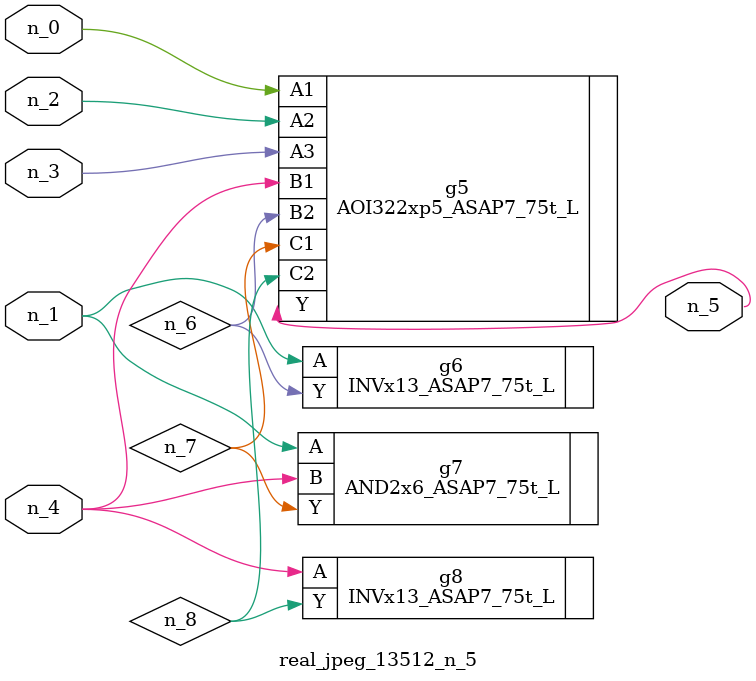
<source format=v>
module real_jpeg_13512_n_5 (n_4, n_0, n_1, n_2, n_3, n_5);

input n_4;
input n_0;
input n_1;
input n_2;
input n_3;

output n_5;

wire n_8;
wire n_6;
wire n_7;

AOI322xp5_ASAP7_75t_L g5 ( 
.A1(n_0),
.A2(n_2),
.A3(n_3),
.B1(n_4),
.B2(n_6),
.C1(n_7),
.C2(n_8),
.Y(n_5)
);

INVx13_ASAP7_75t_L g6 ( 
.A(n_1),
.Y(n_6)
);

AND2x6_ASAP7_75t_L g7 ( 
.A(n_1),
.B(n_4),
.Y(n_7)
);

INVx13_ASAP7_75t_L g8 ( 
.A(n_4),
.Y(n_8)
);


endmodule
</source>
